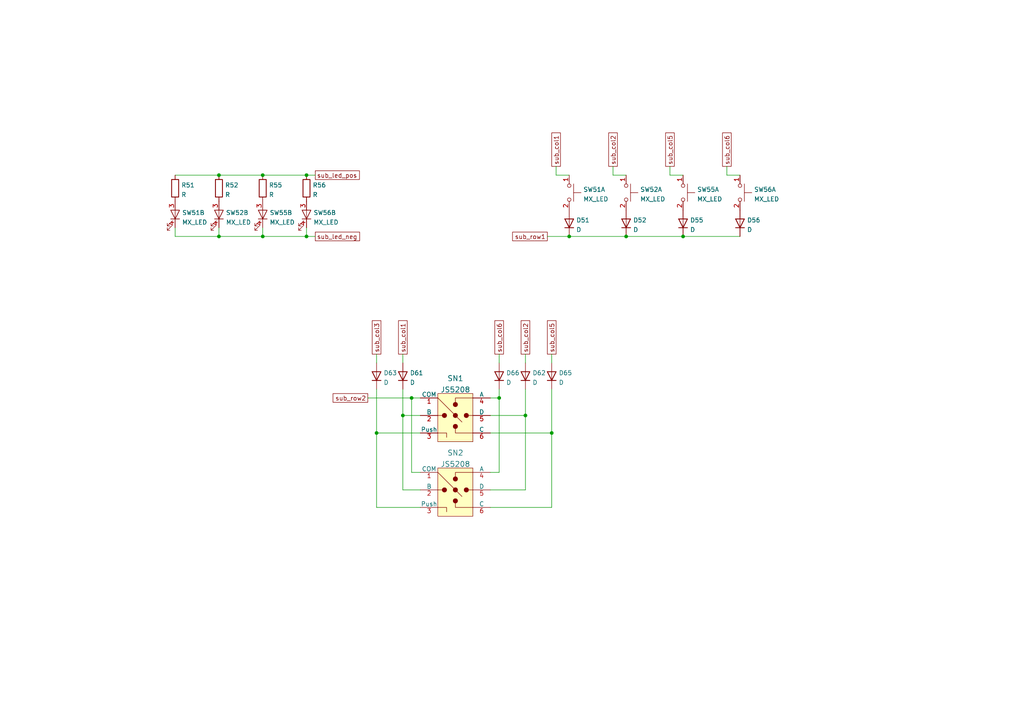
<source format=kicad_sch>
(kicad_sch (version 20210621) (generator eeschema)
  (paper "A4")
  (title_block (title "Manufold v2 Sub Matrix") (date "2022-01-18") (rev "A"))
  (lib_symbols
    (symbol "Device:D" (pin_numbers hide) (pin_names (offset 1.016) hide)
      (property "Reference" "D" (at 0 2.54 0))
      (property "Value" "D" (at 0 -2.54 0))
      (symbol "D_0_1"
        (polyline (pts (xy -1.27 1.27) (xy -1.27 -1.27)) (stroke (width 0.254)))
        (polyline (pts (xy 1.27 0) (xy -1.27 0)))
        (polyline (pts (xy 1.27 1.27) (xy 1.27 -1.27) (xy -1.27 0) (xy 1.27 1.27)) (stroke (width 0.254)))
      )
      (symbol "D_1_1"
        (pin passive line (at -3.81 0 0) (length 2.54) (name "K") (number "1"))
        (pin passive line (at 3.81 0 180) (length 2.54) (name "A") (number "2"))
      )
    )
    (symbol "Device:R" (pin_numbers hide) (pin_names (offset 0))
      (property "Reference" "R" (at 2.032 0 90))
      (property "Value" "R" (at 0 0 90))
      (symbol "R_0_1"
        (rectangle (start -1.016 -2.54) (end 1.016 2.54) (stroke (width 0.254)))
      )
      (symbol "R_1_1"
        (pin passive line (at 0 3.81 270) (length 1.27) (name "~") (number "1"))
        (pin passive line (at 0 -3.81 90) (length 1.27) (name "~") (number "2"))
      )
    )
    (symbol "digikey_navswitch:JS5208" (pin_names (offset 0))
      (property "Reference" "S" (at -5.08 7.62 0))
      (property "Value" "JS5208" (at 0 -8.89 0))
      (symbol "JS5208_0_1"
        (rectangle (start -5.08 6.35) (end 5.08 -7.62) (fill (type background)))
        (circle (center -3.175 0) (radius 0.635) (fill (type outline)))
        (circle (center 0 -3.175) (radius 0.635) (fill (type outline)))
        (polyline (pts (xy -5.08 0) (xy -3.81 0)))
        (polyline (pts (xy -5.08 5.08) (xy 1.905 -1.905)))
        (polyline (pts (xy 5.08 0) (xy 3.81 0)))
        (polyline (pts (xy -5.08 -5.08) (xy -2.54 -5.08) (xy -2.54 -6.35)))
        (polyline (pts (xy 5.08 -5.08) (xy 0 -5.08) (xy 0 -3.81)))
        (polyline (pts (xy 5.08 5.08) (xy 0 5.08) (xy 0 3.81)))
        (circle (center 0 0) (radius 0.635) (fill (type outline)))
        (circle (center 0 3.175) (radius 0.635) (fill (type outline)))
        (circle (center 3.175 0) (radius 0.635) (fill (type outline)))
      )
      (symbol "JS5208_1_1"
        (pin passive line (at -10.16 5.08 0) (length 5.08) (name "COM") (number "1"))
        (pin passive line (at -10.16 0 0) (length 5.08) (name "B") (number "2"))
        (pin passive line (at -10.16 -5.08 0) (length 5.08) (name "Push") (number "3"))
        (pin passive line (at 10.16 5.08 180) (length 5.08) (name "A") (number "4"))
        (pin passive line (at 10.16 0 180) (length 5.08) (name "D") (number "5"))
        (pin passive line (at 10.16 -5.08 180) (length 5.08) (name "C") (number "6"))
      )
    )
    (symbol "keebio:MX_LED" (pin_names (offset 1.016) hide)
      (property "Reference" "SW" (at 1.651 2.413 0))
      (property "Value" "MX_LED" (at 0 -3.81 0))
      (symbol "MX_LED_1_1"
        (circle (center -2.032 0) (radius 0.508))
        (polyline (pts (xy -2.54 1.27) (xy 2.54 1.27)))
        (polyline (pts (xy 0 1.27) (xy 0 3.429)))
        (circle (center 2.032 0) (radius 0.508))
        (pin passive line (at -5.08 0 0) (length 2.54) (name "1") (number "1"))
        (pin passive line (at 5.08 0 180) (length 2.54) (name "2") (number "2"))
      )
      (symbol "MX_LED_2_1"
        (polyline (pts (xy 1.27 -1.27) (xy 1.27 1.27)) (stroke (width 0.2032)))
        (polyline (pts (xy 1.27 0) (xy -1.27 0)))
        (polyline (pts (xy -1.27 -1.27) (xy -1.27 1.27) (xy 1.27 0) (xy -1.27 -1.27)) (stroke (width 0.2032)))
        (polyline (pts (xy 1.778 -0.762) (xy 3.302 -2.286) (xy 2.54 -2.286) (xy 3.302 -2.286) (xy 3.302 -1.524)))
        (polyline (pts (xy 3.048 -0.762) (xy 4.572 -2.286) (xy 3.81 -2.286) (xy 4.572 -2.286) (xy 4.572 -1.524)))
        (pin passive line (at -3.81 0 0) (length 2.54) (name "3") (number "3"))
        (pin passive line (at 3.81 0 180) (length 2.54) (name "4") (number "4"))
      )
    )
  )
  (junction (at 198.12 68.58))
  (junction (at 181.61 68.58))
  (junction (at 152.4 120.5049))
  (junction (at 63.5 68.58))
  (junction (at 63.5 50.8))
  (junction (at 88.9 68.58))
  (junction (at 144.78 115.4249))
  (junction (at 160.02 125.5849))
  (junction (at 116.84 120.5049))
  (junction (at 109.22 125.5849))
  (junction (at 88.9 50.8))
  (junction (at 165.1 68.58))
  (junction (at 76.2 68.58))
  (junction (at 76.2 50.8))
  (junction (at 119.38 115.4249))
  (wire (pts (xy 88.9 66.04) (xy 88.9 68.58)))
  (wire (pts (xy 158.75 68.58) (xy 165.1 68.58)))
  (wire (pts (xy 50.8 50.8) (xy 63.5 50.8)))
  (wire (pts (xy 116.84 120.5049) (xy 116.84 142.0949)))
  (wire (pts (xy 121.92 142.0949) (xy 116.84 142.0949)))
  (wire (pts (xy 160.02 147.1749) (xy 160.02 125.5849)))
  (wire (pts (xy 142.24 147.1749) (xy 160.02 147.1749)))
  (wire (pts (xy 198.12 68.58) (xy 214.63 68.58)))
  (wire (pts (xy 88.9 68.58) (xy 91.44 68.58)))
  (wire (pts (xy 152.4 142.0949) (xy 152.4 120.5049)))
  (wire (pts (xy 142.24 142.0949) (xy 152.4 142.0949)))
  (wire (pts (xy 109.22 147.1749) (xy 109.22 125.5849)))
  (wire (pts (xy 121.92 147.1749) (xy 109.22 147.1749)))
  (wire (pts (xy 142.24 120.5049) (xy 152.4 120.5049)))
  (wire (pts (xy 152.4 112.8849) (xy 152.4 120.5049)))
  (wire (pts (xy 106.68 115.4249) (xy 119.38 115.4249)))
  (wire (pts (xy 119.38 115.4249) (xy 121.92 115.4249)))
  (wire (pts (xy 210.82 48.26) (xy 210.82 50.8)))
  (wire (pts (xy 76.2 68.58) (xy 88.9 68.58)))
  (wire (pts (xy 116.84 112.8849) (xy 116.84 120.5049)))
  (wire (pts (xy 116.84 120.5049) (xy 121.92 120.5049)))
  (wire (pts (xy 144.78 102.7249) (xy 144.78 105.2649)))
  (wire (pts (xy 177.8 48.26) (xy 177.8 50.8)))
  (wire (pts (xy 121.92 137.0149) (xy 119.38 137.0149)))
  (wire (pts (xy 119.38 115.4249) (xy 119.38 137.0149)))
  (wire (pts (xy 194.31 50.8) (xy 198.12 50.8)))
  (wire (pts (xy 161.29 50.8) (xy 165.1 50.8)))
  (wire (pts (xy 194.31 48.26) (xy 194.31 50.8)))
  (wire (pts (xy 116.84 102.7249) (xy 116.84 105.2649)))
  (wire (pts (xy 144.78 112.8849) (xy 144.78 115.4249)))
  (wire (pts (xy 142.24 115.4249) (xy 144.78 115.4249)))
  (wire (pts (xy 88.9 50.8) (xy 91.44 50.8)))
  (wire (pts (xy 210.82 50.8) (xy 214.63 50.8)))
  (wire (pts (xy 63.5 50.8) (xy 76.2 50.8)))
  (wire (pts (xy 109.22 112.8849) (xy 109.22 125.5849)))
  (wire (pts (xy 63.5 66.04) (xy 63.5 68.58)))
  (wire (pts (xy 63.5 68.58) (xy 76.2 68.58)))
  (wire (pts (xy 181.61 68.58) (xy 198.12 68.58)))
  (wire (pts (xy 160.02 102.7249) (xy 160.02 105.2649)))
  (wire (pts (xy 165.1 68.58) (xy 181.61 68.58)))
  (wire (pts (xy 161.29 48.26) (xy 161.29 50.8)))
  (wire (pts (xy 142.24 137.0149) (xy 144.78 137.0149)))
  (wire (pts (xy 144.78 137.0149) (xy 144.78 115.4249)))
  (wire (pts (xy 76.2 66.04) (xy 76.2 68.58)))
  (wire (pts (xy 152.4 102.7249) (xy 152.4 105.2649)))
  (wire (pts (xy 50.8 66.04) (xy 50.8 68.58)))
  (wire (pts (xy 177.8 50.8) (xy 181.61 50.8)))
  (wire (pts (xy 109.22 125.5849) (xy 121.92 125.5849)))
  (wire (pts (xy 109.22 102.7249) (xy 109.22 105.2649)))
  (wire (pts (xy 76.2 50.8) (xy 88.9 50.8)))
  (wire (pts (xy 50.8 68.58) (xy 63.5 68.58)))
  (wire (pts (xy 160.02 125.5849) (xy 142.24 125.5849)))
  (wire (pts (xy 160.02 112.8849) (xy 160.02 125.5849)))
  (global_label "sub_row1" (shape passive) (at 158.75 68.58 180) (property "Intersheet References" "${INTERSHEET_REFS}" (effects hide)))
  (global_label "sub_led_pos" (shape passive) (at 91.44 50.8 0) (property "Intersheet References" "${INTERSHEET_REFS}" (effects hide)))
  (global_label "sub_col3" (shape passive) (at 109.22 102.7249 90) (property "Intersheet References" "${INTERSHEET_REFS}" (effects hide)))
  (global_label "sub_col2" (shape passive) (at 177.8 48.26 90) (property "Intersheet References" "${INTERSHEET_REFS}" (effects hide)))
  (global_label "sub_row2" (shape passive) (at 106.68 115.4249 180) (property "Intersheet References" "${INTERSHEET_REFS}" (effects hide)))
  (global_label "sub_col1" (shape passive) (at 116.84 102.7249 90) (property "Intersheet References" "${INTERSHEET_REFS}" (effects hide)))
  (global_label "sub_col6" (shape passive) (at 210.82 48.26 90) (property "Intersheet References" "${INTERSHEET_REFS}" (effects hide)))
  (global_label "sub_col6" (shape passive) (at 144.78 102.7249 90) (property "Intersheet References" "${INTERSHEET_REFS}" (effects hide)))
  (global_label "sub_led_neg" (shape passive) (at 91.44 68.58 0) (property "Intersheet References" "${INTERSHEET_REFS}" (effects hide)))
  (global_label "sub_col2" (shape passive) (at 152.4 102.7249 90) (property "Intersheet References" "${INTERSHEET_REFS}" (effects hide)))
  (global_label "sub_col5" (shape passive) (at 194.31 48.26 90) (property "Intersheet References" "${INTERSHEET_REFS}" (effects hide)))
  (global_label "sub_col5" (shape passive) (at 160.02 102.7249 90) (property "Intersheet References" "${INTERSHEET_REFS}" (effects hide)))
  (global_label "sub_col1" (shape passive) (at 161.29 48.26 90) (property "Intersheet References" "${INTERSHEET_REFS}" (effects hide)))
  (symbol (lib_id "Device:D") (at 165.1 64.77 90) (unit 1)
    (property "Reference" "D51" (at 167.132 63.8615 90) (effects (justify right)))
    (property "Value" "D" (at 167.132 66.6366 90) (effects (justify right)))
    (property "Footprint" "keebio:Diode-dual" (effects hide))
  )
  (symbol (lib_id "keebio:MX_LED") (at 88.9 62.23 270) (unit 2)
    (property "Reference" "SW56" (at 90.9066 61.7024 90) (effects (justify left)))
    (property "Value" "MX_LED" (at 90.9066 64.4775 90) (effects (justify left)))
    (property "Footprint" "keebio:Triple-Dual-1u-LED" (effects hide))
  )
  (symbol (lib_id "digikey_navswitch:JS5208") (at 132.08 120.5049 0) (unit 1)
    (property "Reference" "SN1" (at 132.08 109.751 0) (effects (font (size 1.524 1.524))))
    (property "Value" "JS5208" (at 132.08 113.03 0) (effects (font (size 1.524 1.524))))
    (property "Footprint" "digikey:Switch_Nav_12.4x12.4mm_SMD_JS5208" (effects hide))
    (property "Datasheet" "http://spec_sheets.e-switch.com/specs/P200020.pdf" (effects hide))
    (property "Digi-Key_PN" "EG4561-ND" (effects hide))
    (property "MPN" "JS5208" (effects hide))
    (property "Category" "Switches" (effects hide))
    (property "Family" "Navigation Switches, Joystick" (effects hide))
    (property "DK_Datasheet_Link" "http://spec_sheets.e-switch.com/specs/P200020.pdf" (effects hide))
    (property "DK_Detail_Page" "/product-detail/en/e-switch/JS5208/EG4561-ND/1739634" (effects hide))
    (property "Description" "SWITCH NAVIGATION 20MA 15V" (effects hide))
    (property "Manufacturer" "E-Switch" (effects hide))
    (property "Status" "Active" (effects hide))
  )
  (symbol (lib_id "Device:D") (at 181.61 64.77 90) (unit 1)
    (property "Reference" "D52" (at 183.642 63.8615 90) (effects (justify right)))
    (property "Value" "D" (at 183.642 66.6366 90) (effects (justify right)))
    (property "Footprint" "keebio:Diode-dual" (effects hide))
  )
  (symbol (lib_id "Device:D") (at 198.12 64.77 90) (unit 1)
    (property "Reference" "D55" (at 200.152 63.8615 90) (effects (justify right)))
    (property "Value" "D" (at 200.152 66.6366 90) (effects (justify right)))
    (property "Footprint" "keebio:Diode-dual" (effects hide))
  )
  (symbol (lib_id "Device:D") (at 144.78 109.0749 90) (unit 1)
    (property "Reference" "D66" (at 146.812 108.1664 90) (effects (justify right)))
    (property "Value" "D" (at 146.812 110.9415 90) (effects (justify right)))
    (property "Footprint" "keebio:D_SOD123F" (effects hide))
  )
  (symbol (lib_id "keebio:MX_LED") (at 63.5 62.23 270) (unit 2)
    (property "Reference" "SW52" (at 65.5066 61.7024 90) (effects (justify left)))
    (property "Value" "MX_LED" (at 65.5066 64.4775 90) (effects (justify left)))
    (property "Footprint" "keebio:Triple-Dual-1u-LED" (effects hide))
  )
  (symbol (lib_id "Device:R") (at 88.9 54.61 0) (unit 1)
    (property "Reference" "R56" (at 90.678 53.7015 0) (effects (justify left)))
    (property "Value" "R" (at 90.678 56.4766 0) (effects (justify left)))
    (property "Footprint" "keebio:Resistor-Hybrid" (effects hide))
  )
  (symbol (lib_id "keebio:MX_LED") (at 165.1 55.88 270) (unit 1)
    (property "Reference" "SW51" (at 169.164 54.9715 90) (effects (justify left)))
    (property "Value" "MX_LED" (at 169.164 57.7466 90) (effects (justify left)))
    (property "Footprint" "keebio:Triple-Dual-1u-LED" (effects hide))
  )
  (symbol (lib_id "keebio:MX_LED") (at 50.8 62.23 270) (unit 2)
    (property "Reference" "SW51" (at 52.8066 61.7024 90) (effects (justify left)))
    (property "Value" "MX_LED" (at 52.8066 64.4775 90) (effects (justify left)))
    (property "Footprint" "keebio:Triple-Dual-1u-LED" (effects hide))
  )
  (symbol (lib_id "Device:R") (at 76.2 54.61 0) (unit 1)
    (property "Reference" "R55" (at 77.978 53.7015 0) (effects (justify left)))
    (property "Value" "R" (at 77.978 56.4766 0) (effects (justify left)))
    (property "Footprint" "keebio:Resistor-Hybrid" (effects hide))
  )
  (symbol (lib_id "Device:D") (at 109.22 109.0749 90) (unit 1)
    (property "Reference" "D63" (at 111.252 108.1664 90) (effects (justify right)))
    (property "Value" "D" (at 111.252 110.9415 90) (effects (justify right)))
    (property "Footprint" "keebio:D_SOD123F" (effects hide))
  )
  (symbol (lib_id "keebio:MX_LED") (at 214.63 55.88 270) (unit 1)
    (property "Reference" "SW56" (at 218.694 54.9715 90) (effects (justify left)))
    (property "Value" "MX_LED" (at 218.694 57.7466 90) (effects (justify left)))
    (property "Footprint" "keebio:Triple-Dual-1u-LED" (effects hide))
  )
  (symbol (lib_id "Device:D") (at 214.63 64.77 90) (unit 1)
    (property "Reference" "D56" (at 216.662 63.8615 90) (effects (justify right)))
    (property "Value" "D" (at 216.662 66.6366 90) (effects (justify right)))
    (property "Footprint" "keebio:Diode-dual" (effects hide))
  )
  (symbol (lib_id "Device:D") (at 160.02 109.0749 90) (unit 1)
    (property "Reference" "D65" (at 162.052 108.1664 90) (effects (justify right)))
    (property "Value" "D" (at 162.052 110.9415 90) (effects (justify right)))
    (property "Footprint" "keebio:D_SOD123F" (effects hide))
  )
  (symbol (lib_id "keebio:MX_LED") (at 181.61 55.88 270) (unit 1)
    (property "Reference" "SW52" (at 185.674 54.9715 90) (effects (justify left)))
    (property "Value" "MX_LED" (at 185.674 57.7466 90) (effects (justify left)))
    (property "Footprint" "keebio:Triple-Dual-1u-LED" (effects hide))
  )
  (symbol (lib_id "keebio:MX_LED") (at 198.12 55.88 270) (unit 1)
    (property "Reference" "SW55" (at 202.184 54.9715 90) (effects (justify left)))
    (property "Value" "MX_LED" (at 202.184 57.7466 90) (effects (justify left)))
    (property "Footprint" "keebio:Triple-Dual-1u-LED" (effects hide))
  )
  (symbol (lib_id "Device:R") (at 63.5 54.61 0) (unit 1)
    (property "Reference" "R52" (at 65.278 53.7015 0) (effects (justify left)))
    (property "Value" "R" (at 65.278 56.4766 0) (effects (justify left)))
    (property "Footprint" "keebio:Resistor-Hybrid" (effects hide))
  )
  (symbol (lib_id "Device:D") (at 152.4 109.0749 90) (unit 1)
    (property "Reference" "D62" (at 154.432 108.1664 90) (effects (justify right)))
    (property "Value" "D" (at 154.432 110.9415 90) (effects (justify right)))
    (property "Footprint" "keebio:D_SOD123F" (effects hide))
  )
  (symbol (lib_id "Device:D") (at 116.84 109.0749 90) (unit 1)
    (property "Reference" "D61" (at 118.872 108.1664 90) (effects (justify right)))
    (property "Value" "D" (at 118.872 110.9415 90) (effects (justify right)))
    (property "Footprint" "keebio:D_SOD123F" (effects hide))
  )
  (symbol (lib_id "keebio:MX_LED") (at 76.2 62.23 270) (unit 2)
    (property "Reference" "SW55" (at 78.2066 61.7024 90) (effects (justify left)))
    (property "Value" "MX_LED" (at 78.2066 64.4775 90) (effects (justify left)))
    (property "Footprint" "keebio:Triple-Dual-1u-LED" (effects hide))
  )
  (symbol (lib_id "Device:R") (at 50.8 54.61 0) (unit 1)
    (property "Reference" "R51" (at 52.578 53.7015 0) (effects (justify left)))
    (property "Value" "R" (at 52.578 56.4766 0) (effects (justify left)))
    (property "Footprint" "keebio:Resistor-Hybrid" (effects hide))
  )
  (symbol (lib_id "digikey_navswitch:JS5208") (at 132.08 142.0949 0) (unit 1)
    (property "Reference" "SN2" (at 132.08 131.341 0) (effects (font (size 1.524 1.524))))
    (property "Value" "JS5208" (at 132.08 134.62 0) (effects (font (size 1.524 1.524))))
    (property "Footprint" "digikey:Switch_Nav_12.4x12.4mm_SMD_JS5208" (effects hide))
    (property "Datasheet" "http://spec_sheets.e-switch.com/specs/P200020.pdf" (effects hide))
    (property "Digi-Key_PN" "EG4561-ND" (effects hide))
    (property "MPN" "JS5208" (effects hide))
    (property "Category" "Switches" (effects hide))
    (property "Family" "Navigation Switches, Joystick" (effects hide))
    (property "DK_Datasheet_Link" "http://spec_sheets.e-switch.com/specs/P200020.pdf" (effects hide))
    (property "DK_Detail_Page" "/product-detail/en/e-switch/JS5208/EG4561-ND/1739634" (effects hide))
    (property "Description" "SWITCH NAVIGATION 20MA 15V" (effects hide))
    (property "Manufacturer" "E-Switch" (effects hide))
    (property "Status" "Active" (effects hide))
  )
)
</source>
